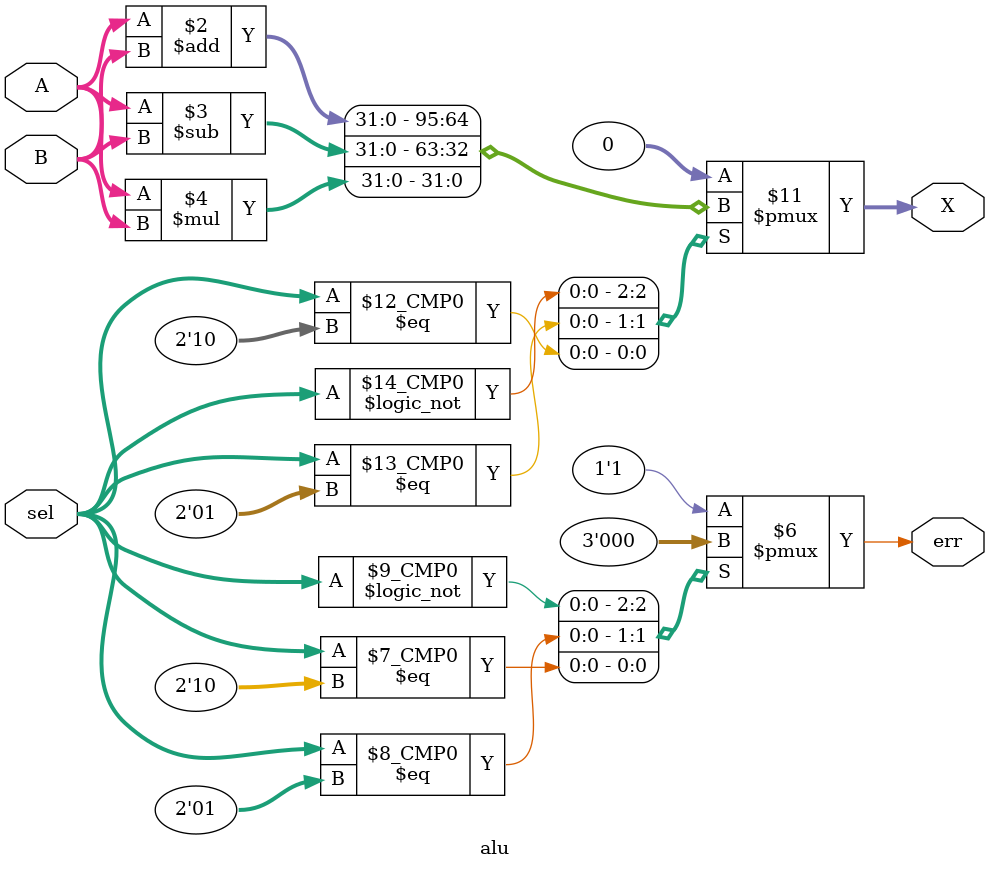
<source format=v>

module alu(
    input  wire [31:0] A,
    input  wire [31:0] B,
    input  wire [1:0] sel,
	 output reg  [31:0] X,
    output reg  err
    );
	 
  //Always block
  always @(A or B or sel) begin
    case (sel) 
	   0      : begin X<=A+B; err<=0; end
		1      : begin X<=A-B; err<=0; end
		2      : begin X<=A*B; err<=0; end
		default: begin X<=0  ; err<=1; end
	 endcase
  end

endmodule

</source>
